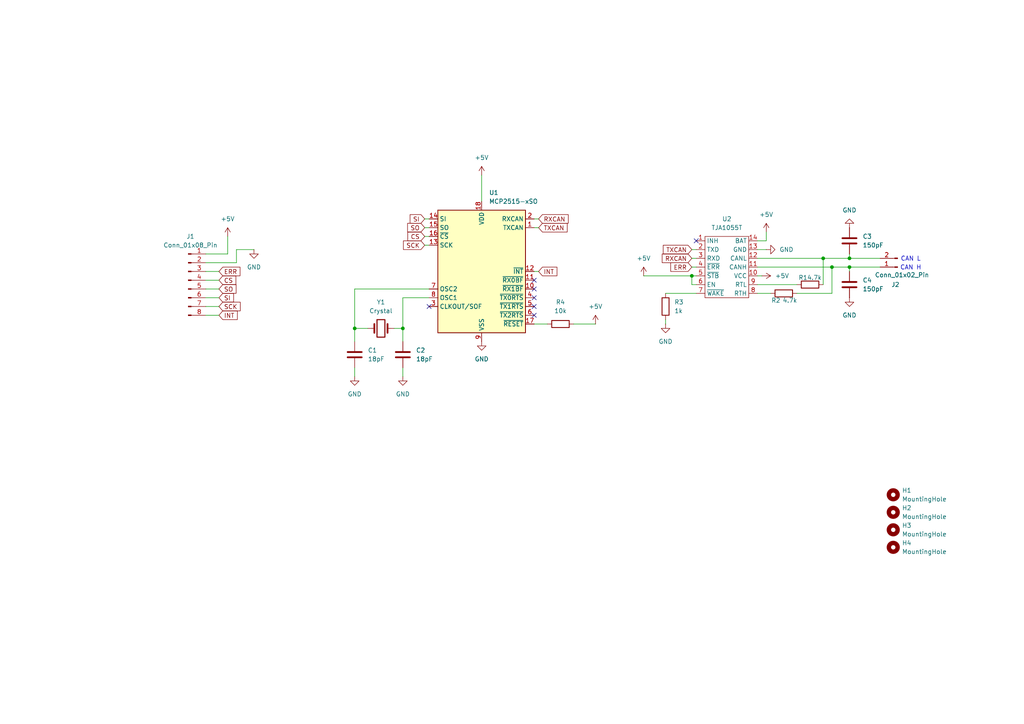
<source format=kicad_sch>
(kicad_sch (version 20250114) (generator "eeschema") (generator_version "9.0")
  (paper "A4")
  (title_block (title "CANBUS W210") (date "2026-02-08") (rev "1.0"))
  (lib_symbols
    (symbol "Connector:Conn_01x02_Pin" (pin_names (offset 1.016) (hide yes))
      (property "Reference" "J" (at 0 2.54 0))
      (property "Value" "Conn_01x02_Pin" (at 0 -5.08 0))
      (symbol "Conn_01x02_Pin_1_1"
        (rectangle (start 0.8636 0.127) (end 0 -0.127) (stroke (width 0.1524)) (fill (type outline)))
        (rectangle (start 0.8636 -2.413) (end 0 -2.667) (stroke (width 0.1524)) (fill (type outline)))
        (polyline (pts (xy 1.27 0) (xy 0.8636 0)) (stroke (width 0.1524)))
        (polyline (pts (xy 1.27 -2.54) (xy 0.8636 -2.54)) (stroke (width 0.1524)))
        (pin passive line (at 5.08 0 180) (length 3.81) (name "Pin_1") (number "1"))
        (pin passive line (at 5.08 -2.54 180) (length 3.81) (name "Pin_2") (number "2"))
      )
    )
    (symbol "Connector:Conn_01x08_Pin" (pin_names (offset 1.016) (hide yes))
      (property "Reference" "J" (at 0 10.16 0))
      (property "Value" "Conn_01x08_Pin" (at 0 -12.7 0))
      (symbol "Conn_01x08_Pin_1_1"
        (rectangle (start 0.8636 7.747) (end 0 7.493) (stroke (width 0.1524)) (fill (type outline)))
        (rectangle (start 0.8636 5.207) (end 0 4.953) (stroke (width 0.1524)) (fill (type outline)))
        (rectangle (start 0.8636 2.667) (end 0 2.413) (stroke (width 0.1524)) (fill (type outline)))
        (rectangle (start 0.8636 0.127) (end 0 -0.127) (stroke (width 0.1524)) (fill (type outline)))
        (rectangle (start 0.8636 -2.413) (end 0 -2.667) (stroke (width 0.1524)) (fill (type outline)))
        (rectangle (start 0.8636 -4.953) (end 0 -5.207) (stroke (width 0.1524)) (fill (type outline)))
        (rectangle (start 0.8636 -7.493) (end 0 -7.747) (stroke (width 0.1524)) (fill (type outline)))
        (rectangle (start 0.8636 -10.033) (end 0 -10.287) (stroke (width 0.1524)) (fill (type outline)))
        (polyline (pts (xy 1.27 7.62) (xy 0.8636 7.62)) (stroke (width 0.1524)))
        (polyline (pts (xy 1.27 5.08) (xy 0.8636 5.08)) (stroke (width 0.1524)))
        (polyline (pts (xy 1.27 2.54) (xy 0.8636 2.54)) (stroke (width 0.1524)))
        (polyline (pts (xy 1.27 0) (xy 0.8636 0)) (stroke (width 0.1524)))
        (polyline (pts (xy 1.27 -2.54) (xy 0.8636 -2.54)) (stroke (width 0.1524)))
        (polyline (pts (xy 1.27 -5.08) (xy 0.8636 -5.08)) (stroke (width 0.1524)))
        (polyline (pts (xy 1.27 -7.62) (xy 0.8636 -7.62)) (stroke (width 0.1524)))
        (polyline (pts (xy 1.27 -10.16) (xy 0.8636 -10.16)) (stroke (width 0.1524)))
        (pin passive line (at 5.08 7.62 180) (length 3.81) (name "Pin_1") (number "1"))
        (pin passive line (at 5.08 5.08 180) (length 3.81) (name "Pin_2") (number "2"))
        (pin passive line (at 5.08 2.54 180) (length 3.81) (name "Pin_3") (number "3"))
        (pin passive line (at 5.08 0 180) (length 3.81) (name "Pin_4") (number "4"))
        (pin passive line (at 5.08 -2.54 180) (length 3.81) (name "Pin_5") (number "5"))
        (pin passive line (at 5.08 -5.08 180) (length 3.81) (name "Pin_6") (number "6"))
        (pin passive line (at 5.08 -7.62 180) (length 3.81) (name "Pin_7") (number "7"))
        (pin passive line (at 5.08 -10.16 180) (length 3.81) (name "Pin_8") (number "8"))
      )
    )
    (symbol "Device:C" (pin_numbers (hide yes)) (pin_names (offset 0.254))
      (property "Reference" "C" (at 0.635 2.54 0))
      (property "Value" "C" (at 0.635 -2.54 0))
      (symbol "C_0_1"
        (polyline (pts (xy -2.032 0.762) (xy 2.032 0.762)) (stroke (width 0.508)))
        (polyline (pts (xy -2.032 -0.762) (xy 2.032 -0.762)) (stroke (width 0.508)))
      )
      (symbol "C_1_1"
        (pin passive line (at 0 3.81 270) (length 2.794) (name "~") (number "1"))
        (pin passive line (at 0 -3.81 90) (length 2.794) (name "~") (number "2"))
      )
    )
    (symbol "Device:Crystal" (pin_numbers (hide yes)) (pin_names (offset 1.016) (hide yes))
      (property "Reference" "Y" (at 0 3.81 0))
      (property "Value" "Crystal" (at 0 -3.81 0))
      (symbol "Crystal_0_1"
        (polyline (pts (xy -2.54 0) (xy -1.905 0)))
        (polyline (pts (xy -1.905 -1.27) (xy -1.905 1.27)) (stroke (width 0.508)))
        (rectangle (start -1.143 2.54) (end 1.143 -2.54) (stroke (width 0.3048)))
        (polyline (pts (xy 1.905 -1.27) (xy 1.905 1.27)) (stroke (width 0.508)))
        (polyline (pts (xy 2.54 0) (xy 1.905 0)))
      )
      (symbol "Crystal_1_1"
        (pin passive line (at -3.81 0 0) (length 1.27) (name "1") (number "1"))
        (pin passive line (at 3.81 0 180) (length 1.27) (name "2") (number "2"))
      )
    )
    (symbol "Device:R" (pin_numbers (hide yes)) (pin_names (offset 0))
      (property "Reference" "R" (at 2.032 0 90))
      (property "Value" "R" (at 0 0 90))
      (symbol "R_0_1"
        (rectangle (start -1.016 -2.54) (end 1.016 2.54) (stroke (width 0.254)))
      )
      (symbol "R_1_1"
        (pin passive line (at 0 3.81 270) (length 1.27) (name "~") (number "1"))
        (pin passive line (at 0 -3.81 90) (length 1.27) (name "~") (number "2"))
      )
    )
    (symbol "Interface_CAN_LIN:MCP2515-xSO"
      (property "Reference" "U" (at -10.16 19.685 0))
      (property "Value" "MCP2515-xSO" (at 19.05 20.32 0))
      (symbol "MCP2515-xSO_0_1"
        (rectangle (start -12.7 17.78) (end 12.7 -17.78) (stroke (width 0.254)) (fill (type background)))
      )
      (symbol "MCP2515-xSO_1_1"
        (pin input line (at -15.24 15.24 0) (length 2.54) (name "SI") (number "14"))
        (pin output line (at -15.24 12.7 0) (length 2.54) (name "SO") (number "15"))
        (pin input line (at -15.24 10.16 0) (length 2.54) (name "~{CS}") (number "16"))
        (pin input line (at -15.24 7.62 0) (length 2.54) (name "SCK") (number "13"))
        (pin output line (at -15.24 -5.08 0) (length 2.54) (name "OSC2") (number "7"))
        (pin input line (at -15.24 -7.62 0) (length 2.54) (name "OSC1") (number "8"))
        (pin output line (at -15.24 -10.16 0) (length 2.54) (name "CLKOUT/SOF") (number "3"))
        (pin power_in line (at 0 20.32 270) (length 2.54) (name "VDD") (number "18"))
        (pin power_in line (at 0 -20.32 90) (length 2.54) (name "VSS") (number "9"))
        (pin input line (at 15.24 15.24 180) (length 2.54) (name "RXCAN") (number "2"))
        (pin output line (at 15.24 12.7 180) (length 2.54) (name "TXCAN") (number "1"))
        (pin output line (at 15.24 0 180) (length 2.54) (name "~{INT}") (number "12"))
        (pin output line (at 15.24 -2.54 180) (length 2.54) (name "~{RX0BF}") (number "11"))
        (pin output line (at 15.24 -5.08 180) (length 2.54) (name "~{RX1BF}") (number "10"))
        (pin input line (at 15.24 -7.62 180) (length 2.54) (name "~{TX0RTS}") (number "4"))
        (pin input line (at 15.24 -10.16 180) (length 2.54) (name "~{TX1RTS}") (number "5"))
        (pin input line (at 15.24 -12.7 180) (length 2.54) (name "~{TX2RTS}") (number "6"))
        (pin input line (at 15.24 -15.24 180) (length 2.54) (name "~{RESET}") (number "17"))
      )
    )
    (symbol "Mechanical:MountingHole" (pin_names (offset 1.016)) (in_bom no)
      (property "Reference" "H" (at 0 5.08 0))
      (property "Value" "MountingHole" (at 0 3.175 0))
      (symbol "MountingHole_0_1"
        (circle (center 0 0) (radius 1.27) (stroke (width 1.27)))
      )
    )
    (symbol "TJA1055T:TJA1055T"
      (property "Reference" "U" (at 0 3.556 0))
      (symbol "TJA1055T_0_1"
        (rectangle (start -6.35 2.54) (end 6.35 -15.24))
      )
      (symbol "TJA1055T_1_1"
        (pin input line (at -8.89 1.27 0) (length 2.54) (name "INH") (number "1"))
        (pin input line (at -8.89 -1.27 0) (length 2.54) (name "TXD") (number "2"))
        (pin input line (at -8.89 -3.81 0) (length 2.54) (name "RXD") (number "3"))
        (pin input line (at -8.89 -6.35 0) (length 2.54) (name "~{ERR}") (number "4"))
        (pin input line (at -8.89 -8.89 0) (length 2.54) (name "~{STB}") (number "5"))
        (pin input line (at -8.89 -11.43 0) (length 2.54) (name "EN") (number "6"))
        (pin input line (at -8.89 -13.97 0) (length 2.54) (name "~{WAKE}") (number "7"))
        (pin input line (at 8.89 1.27 180) (length 2.54) (name "BAT") (number "14"))
        (pin input line (at 8.89 -1.27 180) (length 2.54) (name "GND") (number "13"))
        (pin input line (at 8.89 -3.81 180) (length 2.54) (name "CANL") (number "12"))
        (pin input line (at 8.89 -6.35 180) (length 2.54) (name "CANH") (number "11"))
        (pin input line (at 8.89 -8.89 180) (length 2.54) (name "VCC") (number "10"))
        (pin input line (at 8.89 -11.43 180) (length 2.54) (name "RTL") (number "9"))
        (pin input line (at 8.89 -13.97 180) (length 2.54) (name "RTH") (number "8"))
      )
    )
    (symbol "power:+5V" (power) (pin_numbers (hide yes)) (pin_names (offset 0) (hide yes))
      (property "Value" "+5V" (at 0 3.556 0))
      (symbol "+5V_0_1"
        (polyline (pts (xy -0.762 1.27) (xy 0 2.54)))
        (polyline (pts (xy 0 2.54) (xy 0.762 1.27)))
        (polyline (pts (xy 0 0) (xy 0 2.54)))
      )
      (symbol "+5V_1_1"
        (pin power_in line (at 0 0 90) (length 0) (name "~") (number "1"))
      )
    )
    (symbol "power:GND" (power) (pin_numbers (hide yes)) (pin_names (offset 0) (hide yes))
      (property "Value" "GND" (at 0 -3.81 0))
      (symbol "GND_0_1"
        (polyline (pts (xy 0 0) (xy 0 -1.27) (xy 1.27 -1.27) (xy 0 -2.54) (xy -1.27 -1.27) (xy 0 -1.27)))
      )
      (symbol "GND_1_1"
        (pin power_in line (at 0 0 270) (length 0) (name "~") (number "1"))
      )
    )
  )
  (text "CAN L\n" (at 264.16 75.184 0) (effects (font (size 1.27 1.27))))
  (text "CAN H" (at 264.16 77.724 0) (effects (font (size 1.27 1.27))))
  (junction (at 200.66 80.01))
  (junction (at 102.87 95.25))
  (junction (at 241.3 77.47))
  (junction (at 246.38 77.47))
  (junction (at 246.38 74.93))
  (junction (at 116.84 95.25))
  (junction (at 238.76 74.93))
  (no_connect (at 154.94 81.28))
  (no_connect (at 154.94 86.36))
  (no_connect (at 154.94 83.82))
  (no_connect (at 124.46 88.9))
  (no_connect (at 154.94 88.9))
  (no_connect (at 201.93 69.85))
  (no_connect (at 154.94 91.44))
  (wire (pts (xy 219.71 72.39) (xy 222.25 72.39)))
  (wire (pts (xy 123.19 68.58) (xy 124.46 68.58)))
  (wire (pts (xy 200.66 77.47) (xy 201.93 77.47)))
  (wire (pts (xy 116.84 106.68) (xy 116.84 109.22)))
  (wire (pts (xy 102.87 95.25) (xy 102.87 99.06)))
  (wire (pts (xy 246.38 73.66) (xy 246.38 74.93)))
  (wire (pts (xy 238.76 74.93) (xy 238.76 82.55)))
  (wire (pts (xy 246.38 77.47) (xy 255.27 77.47)))
  (wire (pts (xy 200.66 80.01) (xy 201.93 80.01)))
  (wire (pts (xy 201.93 82.55) (xy 200.66 82.55)))
  (wire (pts (xy 102.87 95.25) (xy 106.68 95.25)))
  (wire (pts (xy 59.69 78.74) (xy 63.5 78.74)))
  (wire (pts (xy 116.84 86.36) (xy 116.84 95.25)))
  (wire (pts (xy 154.94 93.98) (xy 158.75 93.98)))
  (wire (pts (xy 231.14 85.09) (xy 241.3 85.09)))
  (wire (pts (xy 59.69 86.36) (xy 63.5 86.36)))
  (wire (pts (xy 124.46 83.82) (xy 102.87 83.82)))
  (wire (pts (xy 102.87 106.68) (xy 102.87 109.22)))
  (wire (pts (xy 68.58 76.2) (xy 68.58 72.39)))
  (wire (pts (xy 219.71 85.09) (xy 223.52 85.09)))
  (wire (pts (xy 219.71 69.85) (xy 222.25 69.85)))
  (wire (pts (xy 68.58 72.39) (xy 73.66 72.39)))
  (wire (pts (xy 123.19 63.5) (xy 124.46 63.5)))
  (wire (pts (xy 59.69 76.2) (xy 68.58 76.2)))
  (wire (pts (xy 156.21 63.5) (xy 154.94 63.5)))
  (wire (pts (xy 59.69 73.66) (xy 66.04 73.66)))
  (wire (pts (xy 222.25 69.85) (xy 222.25 67.31)))
  (wire (pts (xy 220.98 80.01) (xy 219.71 80.01)))
  (wire (pts (xy 102.87 83.82) (xy 102.87 95.25)))
  (wire (pts (xy 219.71 82.55) (xy 231.14 82.55)))
  (wire (pts (xy 59.69 83.82) (xy 63.5 83.82)))
  (wire (pts (xy 116.84 95.25) (xy 116.84 99.06)))
  (wire (pts (xy 59.69 88.9) (xy 63.5 88.9)))
  (wire (pts (xy 200.66 82.55) (xy 200.66 80.01)))
  (wire (pts (xy 246.38 77.47) (xy 246.38 78.74)))
  (wire (pts (xy 154.94 78.74) (xy 156.21 78.74)))
  (wire (pts (xy 156.21 66.04) (xy 154.94 66.04)))
  (wire (pts (xy 241.3 77.47) (xy 246.38 77.47)))
  (wire (pts (xy 200.66 72.39) (xy 201.93 72.39)))
  (wire (pts (xy 200.66 74.93) (xy 201.93 74.93)))
  (wire (pts (xy 238.76 74.93) (xy 246.38 74.93)))
  (wire (pts (xy 219.71 77.47) (xy 241.3 77.47)))
  (wire (pts (xy 123.19 66.04) (xy 124.46 66.04)))
  (wire (pts (xy 139.7 50.8) (xy 139.7 58.42)))
  (wire (pts (xy 186.69 80.01) (xy 200.66 80.01)))
  (wire (pts (xy 172.72 93.98) (xy 166.37 93.98)))
  (wire (pts (xy 193.04 85.09) (xy 201.93 85.09)))
  (wire (pts (xy 59.69 91.44) (xy 63.5 91.44)))
  (wire (pts (xy 114.3 95.25) (xy 116.84 95.25)))
  (wire (pts (xy 66.04 73.66) (xy 66.04 68.58)))
  (wire (pts (xy 123.19 71.12) (xy 124.46 71.12)))
  (wire (pts (xy 124.46 86.36) (xy 116.84 86.36)))
  (wire (pts (xy 241.3 85.09) (xy 241.3 77.47)))
  (wire (pts (xy 246.38 74.93) (xy 255.27 74.93)))
  (wire (pts (xy 219.71 74.93) (xy 238.76 74.93)))
  (wire (pts (xy 193.04 92.71) (xy 193.04 93.98)))
  (wire (pts (xy 59.69 81.28) (xy 63.5 81.28)))
  (global_label "TXCAN" (shape input) (at 200.66 72.39 180) (property "Intersheetrefs" "${INTERSHEET_REFS}" (effects (hide yes))))
  (global_label "INT" (shape input) (at 156.21 78.74 0) (property "Intersheetrefs" "${INTERSHEET_REFS}" (effects (hide yes))))
  (global_label "SO" (shape input) (at 63.5 83.82 0) (property "Intersheetrefs" "${INTERSHEET_REFS}" (effects (hide yes))))
  (global_label "CS" (shape input) (at 63.5 81.28 0) (property "Intersheetrefs" "${INTERSHEET_REFS}" (effects (hide yes))))
  (global_label "TXCAN" (shape input) (at 156.21 66.04 0) (property "Intersheetrefs" "${INTERSHEET_REFS}" (effects (hide yes))))
  (global_label "ERR" (shape input) (at 200.66 77.47 180) (property "Intersheetrefs" "${INTERSHEET_REFS}" (effects (hide yes))))
  (global_label "SI" (shape input) (at 123.19 63.5 180) (property "Intersheetrefs" "${INTERSHEET_REFS}" (effects (hide yes))))
  (global_label "SCK" (shape input) (at 63.5 88.9 0) (property "Intersheetrefs" "${INTERSHEET_REFS}" (effects (hide yes))))
  (global_label "SCK" (shape input) (at 123.19 71.12 180) (property "Intersheetrefs" "${INTERSHEET_REFS}" (effects (hide yes))))
  (global_label "SO" (shape input) (at 123.19 66.04 180) (property "Intersheetrefs" "${INTERSHEET_REFS}" (effects (hide yes))))
  (global_label "ERR" (shape input) (at 63.5 78.74 0) (property "Intersheetrefs" "${INTERSHEET_REFS}" (effects (hide yes))))
  (global_label "CS" (shape input) (at 123.19 68.58 180) (property "Intersheetrefs" "${INTERSHEET_REFS}" (effects (hide yes))))
  (global_label "INT" (shape input) (at 63.5 91.44 0) (property "Intersheetrefs" "${INTERSHEET_REFS}" (effects (hide yes))))
  (global_label "SI" (shape input) (at 63.5 86.36 0) (property "Intersheetrefs" "${INTERSHEET_REFS}" (effects (hide yes))))
  (global_label "RXCAN" (shape input) (at 156.21 63.5 0) (property "Intersheetrefs" "${INTERSHEET_REFS}" (effects (hide yes))))
  (global_label "RXCAN" (shape input) (at 200.66 74.93 180) (property "Intersheetrefs" "${INTERSHEET_REFS}" (effects (hide yes))))
  (symbol (lib_id "power:GND") (at 139.7 99.06 0) (unit 1)
    (property "Reference" "#PWR03" (effects (hide yes)))
    (property "Value" "GND" (at 139.7 104.14 0))
    (property "Description" "Power symbol creates a global label with name \"GND\" , ground" (effects (hide yes)))
  )
  (symbol (lib_id "Interface_CAN_LIN:MCP2515-xSO") (at 139.7 78.74 0) (unit 1)
    (property "Reference" "U1" (at 141.8433 55.88 0) (effects (justify left)))
    (property "Value" "MCP2515-xSO" (at 141.8433 58.42 0) (effects (justify left)))
    (property "Footprint" "Package_SO:SOIC-18W_7.5x11.6mm_P1.27mm" (effects (hide yes)))
    (property "Datasheet" "http://ww1.microchip.com/downloads/en/DeviceDoc/21801e.pdf" (effects (hide yes)))
    (property "Description" "Stand-Alone CAN Controller with SPI Interface, SOIC-18" (effects (hide yes)))
  )
  (symbol (lib_id "Device:R") (at 227.33 85.09 90) (unit 1)
    (property "Reference" "R2" (at 225.044 87.122 90))
    (property "Value" "4.7k" (at 229.108 87.122 90))
    (property "Footprint" "Resistor_SMD:R_0805_2012Metric" (effects (hide yes)))
    (property "Description" "Resistor" (effects (hide yes)))
  )
  (symbol (lib_id "Mechanical:MountingHole") (at 259.08 143.51 0) (unit 1) (in_bom no)
    (property "Reference" "H1" (at 261.62 142.2399 0) (effects (justify left)))
    (property "Value" "MountingHole" (at 261.62 144.7799 0) (effects (justify left)))
    (property "Footprint" "MountingHole:MountingHole_2.2mm_M2" (effects (hide yes)))
    (property "Description" "Mounting Hole without connection" (effects (hide yes)))
  )
  (symbol (lib_id "Connector:Conn_01x08_Pin") (at 54.61 81.28 0) (unit 1)
    (property "Reference" "J1" (at 55.245 68.58 0))
    (property "Value" "Conn_01x08_Pin" (at 55.245 71.12 0))
    (property "Footprint" "Connector_PinSocket_2.54mm:PinSocket_1x08_P2.54mm_Vertical" (effects (hide yes)))
    (property "Description" "Generic connector, single row, 01x08, script generated" (effects (hide yes)))
  )
  (symbol (lib_id "power:+5V") (at 186.69 80.01 0) (unit 1)
    (property "Reference" "#PWR013" (effects (hide yes)))
    (property "Value" "+5V" (at 186.69 74.93 0))
    (property "Description" "Power symbol creates a global label with name \"+5V\"" (effects (hide yes)))
  )
  (symbol (lib_id "power:GND") (at 222.25 72.39 90) (unit 1)
    (property "Reference" "#PWR09" (effects (hide yes)))
    (property "Value" "GND" (at 226.06 72.3899 90) (effects (justify right)))
    (property "Description" "Power symbol creates a global label with name \"GND\" , ground" (effects (hide yes)))
  )
  (symbol (lib_id "power:+5V") (at 172.72 93.98 0) (unit 1)
    (property "Reference" "#PWR014" (effects (hide yes)))
    (property "Value" "+5V" (at 172.72 88.9 0))
    (property "Description" "Power symbol creates a global label with name \"+5V\"" (effects (hide yes)))
  )
  (symbol (lib_id "Device:C") (at 116.84 102.87 0) (unit 1)
    (property "Reference" "C2" (at 120.65 101.5999 0) (effects (justify left)))
    (property "Value" "18pF" (at 120.65 104.1399 0) (effects (justify left)))
    (property "Footprint" "Capacitor_SMD:C_0805_2012Metric" (effects (hide yes)))
    (property "Description" "Unpolarized capacitor" (effects (hide yes)))
  )
  (symbol (lib_id "power:+5V") (at 139.7 50.8 0) (unit 1)
    (property "Reference" "#PWR06" (effects (hide yes)))
    (property "Value" "+5V" (at 139.7 45.72 0))
    (property "Description" "Power symbol creates a global label with name \"+5V\"" (effects (hide yes)))
  )
  (symbol (lib_id "Device:R") (at 162.56 93.98 90) (unit 1)
    (property "Reference" "R4" (at 162.56 87.63 90))
    (property "Value" "10k" (at 162.56 90.17 90))
    (property "Footprint" "Resistor_SMD:R_0805_2012Metric" (effects (hide yes)))
    (property "Description" "Resistor" (effects (hide yes)))
  )
  (symbol (lib_id "TJA1055T:TJA1055T") (at 210.82 71.12 0) (unit 1)
    (property "Reference" "U2" (at 210.82 63.5 0))
    (property "Value" "TJA1055T" (at 210.82 66.04 0))
    (property "Footprint" "Package_SO:SO-14_3.9x8.65mm_P1.27mm" (effects (hide yes)))
  )
  (symbol (lib_id "power:GND") (at 193.04 93.98 0) (unit 1)
    (property "Reference" "#PWR012" (effects (hide yes)))
    (property "Value" "GND" (at 193.04 99.06 0))
    (property "Description" "Power symbol creates a global label with name \"GND\" , ground" (effects (hide yes)))
  )
  (symbol (lib_id "power:+5V") (at 220.98 80.01 270) (unit 1)
    (property "Reference" "#PWR08" (effects (hide yes)))
    (property "Value" "+5V" (at 224.79 80.0099 90) (effects (justify left)))
    (property "Description" "Power symbol creates a global label with name \"+5V\"" (effects (hide yes)))
  )
  (symbol (lib_id "power:GND") (at 73.66 72.39 0) (unit 1)
    (property "Reference" "#PWR04" (effects (hide yes)))
    (property "Value" "GND" (at 73.66 77.47 0))
    (property "Description" "Power symbol creates a global label with name \"GND\" , ground" (effects (hide yes)))
  )
  (symbol (lib_id "Device:R") (at 234.95 82.55 90) (unit 1)
    (property "Reference" "R1" (at 232.918 80.518 90))
    (property "Value" "4.7k" (at 236.22 80.518 90))
    (property "Footprint" "Resistor_SMD:R_0805_2012Metric" (effects (hide yes)))
    (property "Description" "Resistor" (effects (hide yes)))
  )
  (symbol (lib_id "Device:C") (at 102.87 102.87 0) (unit 1)
    (property "Reference" "C1" (at 106.68 101.5999 0) (effects (justify left)))
    (property "Value" "18pF" (at 106.68 104.1399 0) (effects (justify left)))
    (property "Footprint" "Capacitor_SMD:C_0805_2012Metric" (effects (hide yes)))
    (property "Description" "Unpolarized capacitor" (effects (hide yes)))
  )
  (symbol (lib_id "Device:C") (at 246.38 82.55 0) (unit 1)
    (property "Reference" "C4" (at 250.19 81.2799 0) (effects (justify left)))
    (property "Value" "150pF" (at 250.19 83.8199 0) (effects (justify left)))
    (property "Footprint" "Capacitor_SMD:C_0805_2012Metric" (effects (hide yes)))
    (property "Description" "Unpolarized capacitor" (effects (hide yes)))
  )
  (symbol (lib_id "Device:Crystal") (at 110.49 95.25 0) (unit 1)
    (property "Reference" "Y1" (at 110.49 87.63 0))
    (property "Value" "Crystal" (at 110.49 90.17 0))
    (property "Footprint" "Crystal:Crystal_HC49-4H_Vertical" (effects (hide yes)))
    (property "Description" "Two pin crystal" (effects (hide yes)))
  )
  (symbol (lib_id "Device:C") (at 246.38 69.85 0) (unit 1)
    (property "Reference" "C3" (at 250.19 68.5799 0) (effects (justify left)))
    (property "Value" "150pF" (at 250.19 71.1199 0) (effects (justify left)))
    (property "Footprint" "Capacitor_SMD:C_0805_2012Metric" (effects (hide yes)))
    (property "Description" "Unpolarized capacitor" (effects (hide yes)))
  )
  (symbol (lib_id "Mechanical:MountingHole") (at 259.08 148.59 0) (unit 1) (in_bom no)
    (property "Reference" "H2" (at 261.62 147.3199 0) (effects (justify left)))
    (property "Value" "MountingHole" (at 261.62 149.8599 0) (effects (justify left)))
    (property "Footprint" "MountingHole:MountingHole_2.2mm_M2" (effects (hide yes)))
    (property "Description" "Mounting Hole without connection" (effects (hide yes)))
  )
  (symbol (lib_id "Mechanical:MountingHole") (at 259.08 158.75 0) (unit 1) (in_bom no)
    (property "Reference" "H4" (at 261.62 157.4799 0) (effects (justify left)))
    (property "Value" "MountingHole" (at 261.62 160.0199 0) (effects (justify left)))
    (property "Footprint" "MountingHole:MountingHole_2.2mm_M2" (effects (hide yes)))
    (property "Description" "Mounting Hole without connection" (effects (hide yes)))
  )
  (symbol (lib_id "power:GND") (at 102.87 109.22 0) (unit 1)
    (property "Reference" "#PWR02" (effects (hide yes)))
    (property "Value" "GND" (at 102.87 114.3 0))
    (property "Description" "Power symbol creates a global label with name \"GND\" , ground" (effects (hide yes)))
  )
  (symbol (lib_id "power:GND") (at 246.38 86.36 0) (unit 1)
    (property "Reference" "#PWR010" (effects (hide yes)))
    (property "Value" "GND" (at 246.38 91.44 0))
    (property "Description" "Power symbol creates a global label with name \"GND\" , ground" (effects (hide yes)))
  )
  (symbol (lib_id "power:+5V") (at 222.25 67.31 0) (unit 1)
    (property "Reference" "#PWR07" (effects (hide yes)))
    (property "Value" "+5V" (at 222.25 62.23 0))
    (property "Description" "Power symbol creates a global label with name \"+5V\"" (effects (hide yes)))
  )
  (symbol (lib_id "Mechanical:MountingHole") (at 259.08 153.67 0) (unit 1) (in_bom no)
    (property "Reference" "H3" (at 261.62 152.3999 0) (effects (justify left)))
    (property "Value" "MountingHole" (at 261.62 154.9399 0) (effects (justify left)))
    (property "Footprint" "MountingHole:MountingHole_2.2mm_M2" (effects (hide yes)))
    (property "Description" "Mounting Hole without connection" (effects (hide yes)))
  )
  (symbol (lib_id "Connector:Conn_01x02_Pin") (at 260.35 77.47 180) (unit 1)
    (property "Reference" "J2" (at 259.715 82.55 0))
    (property "Value" "Conn_01x02_Pin" (at 261.62 79.756 0))
    (property "Footprint" "Connector_PinHeader_2.54mm:PinHeader_1x02_P2.54mm_Vertical" (effects (hide yes)))
    (property "Description" "Generic connector, single row, 01x02, script generated" (effects (hide yes)))
  )
  (symbol (lib_id "power:GND") (at 246.38 66.04 180) (unit 1)
    (property "Reference" "#PWR011" (effects (hide yes)))
    (property "Value" "GND" (at 246.38 60.96 0))
    (property "Description" "Power symbol creates a global label with name \"GND\" , ground" (effects (hide yes)))
  )
  (symbol (lib_id "power:+5V") (at 66.04 68.58 0) (unit 1)
    (property "Reference" "#PWR05" (effects (hide yes)))
    (property "Value" "+5V" (at 66.04 63.5 0))
    (property "Description" "Power symbol creates a global label with name \"+5V\"" (effects (hide yes)))
  )
  (symbol (lib_id "power:GND") (at 116.84 109.22 0) (unit 1)
    (property "Reference" "#PWR01" (effects (hide yes)))
    (property "Value" "GND" (at 116.84 114.3 0))
    (property "Description" "Power symbol creates a global label with name \"GND\" , ground" (effects (hide yes)))
  )
  (symbol (lib_id "Device:R") (at 193.04 88.9 0) (unit 1)
    (property "Reference" "R3" (at 195.58 87.6299 0) (effects (justify left)))
    (property "Value" "1k" (at 195.58 90.1699 0) (effects (justify left)))
    (property "Footprint" "Resistor_SMD:R_0805_2012Metric" (effects (hide yes)))
    (property "Description" "Resistor" (effects (hide yes)))
  )
)
</source>
